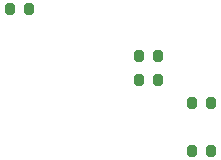
<source format=gbp>
G04 #@! TF.GenerationSoftware,KiCad,Pcbnew,7.0.8*
G04 #@! TF.CreationDate,2024-05-10T00:54:24-03:00*
G04 #@! TF.ProjectId,on_off_module_x2,6f6e5f6f-6666-45f6-9d6f-64756c655f78,1.0*
G04 #@! TF.SameCoordinates,Original*
G04 #@! TF.FileFunction,Paste,Bot*
G04 #@! TF.FilePolarity,Positive*
%FSLAX46Y46*%
G04 Gerber Fmt 4.6, Leading zero omitted, Abs format (unit mm)*
G04 Created by KiCad (PCBNEW 7.0.8) date 2024-05-10 00:54:24*
%MOMM*%
%LPD*%
G01*
G04 APERTURE LIST*
G04 Aperture macros list*
%AMRoundRect*
0 Rectangle with rounded corners*
0 $1 Rounding radius*
0 $2 $3 $4 $5 $6 $7 $8 $9 X,Y pos of 4 corners*
0 Add a 4 corners polygon primitive as box body*
4,1,4,$2,$3,$4,$5,$6,$7,$8,$9,$2,$3,0*
0 Add four circle primitives for the rounded corners*
1,1,$1+$1,$2,$3*
1,1,$1+$1,$4,$5*
1,1,$1+$1,$6,$7*
1,1,$1+$1,$8,$9*
0 Add four rect primitives between the rounded corners*
20,1,$1+$1,$2,$3,$4,$5,0*
20,1,$1+$1,$4,$5,$6,$7,0*
20,1,$1+$1,$6,$7,$8,$9,0*
20,1,$1+$1,$8,$9,$2,$3,0*%
G04 Aperture macros list end*
%ADD10RoundRect,0.200000X-0.200000X-0.275000X0.200000X-0.275000X0.200000X0.275000X-0.200000X0.275000X0*%
%ADD11RoundRect,0.200000X0.200000X0.275000X-0.200000X0.275000X-0.200000X-0.275000X0.200000X-0.275000X0*%
G04 APERTURE END LIST*
D10*
X138188200Y-114211600D03*
X136538200Y-114211600D03*
X136538200Y-112211602D03*
X138188200Y-112211602D03*
D11*
X142698200Y-120211600D03*
X141048200Y-120211600D03*
X127298200Y-108211606D03*
X125648200Y-108211606D03*
X142698200Y-116211607D03*
X141048200Y-116211607D03*
M02*

</source>
